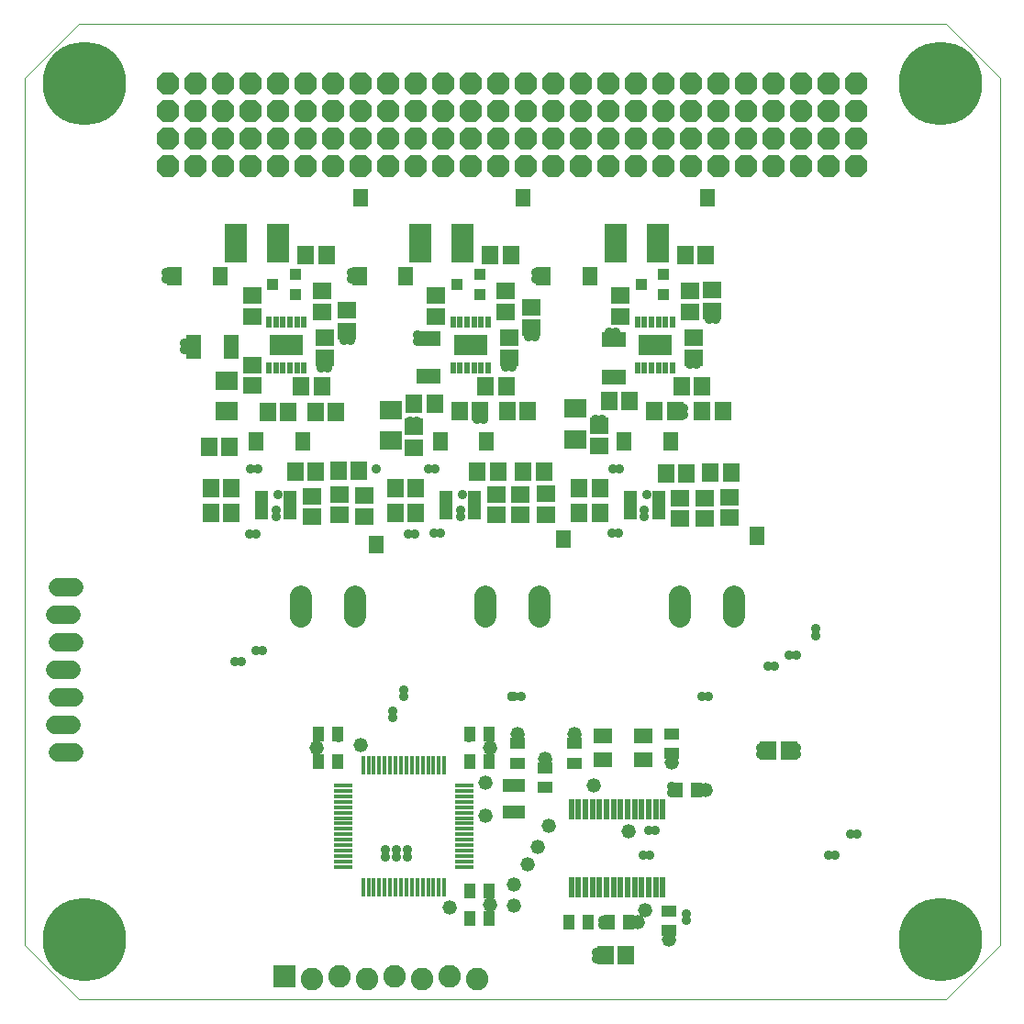
<source format=gts>
G75*
%MOIN*%
%OFA0B0*%
%FSLAX25Y25*%
%IPPOS*%
%LPD*%
%AMOC8*
5,1,8,0,0,1.08239X$1,22.5*
%
%ADD10R,0.05800X0.08910*%
%ADD11R,0.06706X0.05918*%
%ADD12R,0.05800X0.06587*%
%ADD13R,0.08280X0.14186*%
%ADD14R,0.05918X0.06706*%
%ADD15R,0.12001X0.07300*%
%ADD16R,0.02454X0.04300*%
%ADD17R,0.04737X0.02572*%
%ADD18R,0.04343X0.03950*%
%ADD19R,0.08910X0.05800*%
%ADD20R,0.05800X0.03300*%
%ADD21C,0.07850*%
%ADD22OC8,0.08200*%
%ADD23C,0.00000*%
%ADD24C,0.30328*%
%ADD25R,0.01784X0.06902*%
%ADD26R,0.06902X0.01784*%
%ADD27R,0.02375X0.07690*%
%ADD28R,0.07887X0.04737*%
%ADD29R,0.03950X0.05524*%
%ADD30R,0.05524X0.03950*%
%ADD31C,0.05200*%
%ADD32R,0.07099X0.05721*%
%ADD33R,0.04737X0.01784*%
%ADD34R,0.01784X0.04737*%
%ADD35R,0.08200X0.08200*%
%ADD36C,0.08200*%
%ADD37R,0.07898X0.07099*%
%ADD38C,0.06800*%
%ADD39C,0.03581*%
%ADD40OC8,0.03581*%
D10*
X0063119Y0247037D03*
X0076938Y0247037D03*
D11*
X0084477Y0240304D03*
X0084477Y0232824D03*
X0084477Y0258021D03*
X0084477Y0265501D03*
X0109831Y0267155D03*
X0109831Y0259675D03*
X0110934Y0250304D03*
X0110934Y0242824D03*
X0119005Y0252745D03*
X0119005Y0260226D03*
X0151406Y0258021D03*
X0151406Y0265501D03*
X0176761Y0267155D03*
X0185934Y0261407D03*
X0185934Y0253927D03*
X0177863Y0250304D03*
X0177863Y0242824D03*
X0176761Y0259675D03*
X0218335Y0258021D03*
X0218335Y0265501D03*
X0243690Y0267155D03*
X0251682Y0267509D03*
X0251682Y0260029D03*
X0243690Y0259675D03*
X0244792Y0250304D03*
X0244792Y0242824D03*
X0210461Y0218257D03*
X0210461Y0210777D03*
X0191170Y0193454D03*
X0191170Y0185974D03*
X0181918Y0185777D03*
X0181918Y0193257D03*
X0173257Y0193257D03*
X0173257Y0185777D03*
X0143139Y0210383D03*
X0143139Y0217864D03*
X0125422Y0192864D03*
X0125422Y0185383D03*
X0116170Y0185777D03*
X0116170Y0193257D03*
X0106131Y0192667D03*
X0106131Y0185186D03*
X0239989Y0184596D03*
X0239989Y0192076D03*
X0248847Y0192076D03*
X0248847Y0184596D03*
X0258099Y0184793D03*
X0258099Y0192273D03*
D12*
X0236682Y0212549D03*
X0219753Y0212549D03*
X0169753Y0212549D03*
X0152824Y0212549D03*
X0102824Y0212549D03*
X0085894Y0212549D03*
X0073060Y0272745D03*
X0056131Y0272745D03*
X0123454Y0272745D03*
X0140383Y0272745D03*
X0190383Y0272745D03*
X0207312Y0272745D03*
D13*
X0216524Y0284635D03*
X0231879Y0284635D03*
X0161013Y0284635D03*
X0145658Y0284635D03*
X0094083Y0284635D03*
X0078729Y0284635D03*
D14*
X0104044Y0280226D03*
X0111524Y0280226D03*
X0109871Y0232627D03*
X0102391Y0232627D03*
X0097666Y0223178D03*
X0090186Y0223178D03*
X0076406Y0210580D03*
X0068926Y0210580D03*
X0069517Y0195619D03*
X0076997Y0195619D03*
X0076997Y0186761D03*
X0069517Y0186761D03*
X0100225Y0201722D03*
X0107706Y0201722D03*
X0115776Y0201919D03*
X0123257Y0201919D03*
X0136446Y0195619D03*
X0143926Y0195619D03*
X0143926Y0186761D03*
X0136446Y0186761D03*
X0166367Y0201722D03*
X0173847Y0201722D03*
X0183099Y0201722D03*
X0190580Y0201722D03*
X0203375Y0195619D03*
X0210855Y0195619D03*
X0210855Y0186761D03*
X0203375Y0186761D03*
X0234871Y0200934D03*
X0242351Y0200934D03*
X0251013Y0201328D03*
X0258493Y0201328D03*
X0255540Y0223572D03*
X0248060Y0223572D03*
X0248060Y0232627D03*
X0240580Y0232627D03*
X0238217Y0223572D03*
X0230737Y0223572D03*
X0221682Y0227115D03*
X0214202Y0227115D03*
X0184674Y0223572D03*
X0177194Y0223572D03*
X0176800Y0232627D03*
X0169320Y0232627D03*
X0167351Y0223572D03*
X0159871Y0223572D03*
X0150816Y0226328D03*
X0143335Y0226328D03*
X0114989Y0223178D03*
X0107509Y0223178D03*
X0170973Y0280226D03*
X0178454Y0280226D03*
X0241839Y0280226D03*
X0249320Y0280226D03*
X0272057Y0100312D03*
X0279537Y0100312D03*
X0220428Y0025835D03*
X0212947Y0025835D03*
D15*
X0230855Y0247549D03*
X0163926Y0247549D03*
X0096997Y0247549D03*
D16*
X0098276Y0255816D03*
X0095717Y0255816D03*
X0093158Y0255816D03*
X0090599Y0255816D03*
X0100835Y0255816D03*
X0103394Y0255816D03*
X0103394Y0239281D03*
X0100835Y0239281D03*
X0098276Y0239281D03*
X0095717Y0239281D03*
X0093158Y0239281D03*
X0090599Y0239281D03*
X0157528Y0239281D03*
X0160087Y0239281D03*
X0162646Y0239281D03*
X0165206Y0239281D03*
X0167765Y0239281D03*
X0170324Y0239281D03*
X0170324Y0255816D03*
X0167765Y0255816D03*
X0165206Y0255816D03*
X0162646Y0255816D03*
X0160087Y0255816D03*
X0157528Y0255816D03*
X0224457Y0255816D03*
X0227017Y0255816D03*
X0229576Y0255816D03*
X0232135Y0255816D03*
X0234694Y0255816D03*
X0237253Y0255816D03*
X0237253Y0239281D03*
X0234694Y0239281D03*
X0232135Y0239281D03*
X0229576Y0239281D03*
X0227017Y0239281D03*
X0224457Y0239281D03*
D17*
X0221879Y0193159D03*
X0221879Y0190600D03*
X0221879Y0188041D03*
X0221879Y0185482D03*
X0232115Y0185482D03*
X0232115Y0188041D03*
X0232115Y0190600D03*
X0232115Y0193159D03*
X0165186Y0193159D03*
X0165186Y0190600D03*
X0165186Y0188041D03*
X0165186Y0185482D03*
X0154950Y0185482D03*
X0154950Y0188041D03*
X0154950Y0190600D03*
X0154950Y0193159D03*
X0098257Y0193159D03*
X0098257Y0190600D03*
X0098257Y0188041D03*
X0098257Y0185482D03*
X0088020Y0185482D03*
X0088020Y0188041D03*
X0088020Y0190600D03*
X0088020Y0193159D03*
D18*
X0100225Y0265895D03*
X0100225Y0273375D03*
X0091957Y0269635D03*
X0158887Y0269635D03*
X0167154Y0265895D03*
X0167154Y0273375D03*
X0225816Y0269635D03*
X0234083Y0265895D03*
X0234083Y0273375D03*
D19*
X0215816Y0249655D03*
X0215816Y0235836D03*
X0148493Y0236230D03*
X0148493Y0250049D03*
D20*
X0123847Y0299531D03*
X0123847Y0302731D03*
X0182902Y0302731D03*
X0182902Y0299531D03*
X0249831Y0299531D03*
X0249831Y0302731D03*
X0267942Y0179897D03*
X0267942Y0176697D03*
X0197469Y0175515D03*
X0197469Y0178715D03*
X0129753Y0176747D03*
X0129753Y0173547D03*
D21*
X0121879Y0156113D02*
X0121879Y0149063D01*
X0102194Y0149063D02*
X0102194Y0156113D01*
X0169123Y0156113D02*
X0169123Y0149063D01*
X0188808Y0149063D02*
X0188808Y0156113D01*
X0239989Y0156113D02*
X0239989Y0149063D01*
X0259674Y0149063D02*
X0259674Y0156113D01*
D22*
X0263965Y0312470D03*
X0253965Y0312470D03*
X0243965Y0312470D03*
X0233965Y0312470D03*
X0223965Y0312470D03*
X0213965Y0312470D03*
X0203965Y0312470D03*
X0193965Y0312470D03*
X0183965Y0312470D03*
X0173965Y0312470D03*
X0163965Y0312470D03*
X0153965Y0312470D03*
X0143965Y0312470D03*
X0133965Y0312470D03*
X0123965Y0312470D03*
X0113965Y0312470D03*
X0103965Y0312470D03*
X0093965Y0312470D03*
X0083965Y0312470D03*
X0073965Y0312470D03*
X0063965Y0312470D03*
X0053965Y0312470D03*
X0053965Y0322470D03*
X0053965Y0332470D03*
X0063965Y0332470D03*
X0063965Y0322470D03*
X0073965Y0322470D03*
X0073965Y0332470D03*
X0073965Y0342470D03*
X0063965Y0342470D03*
X0053965Y0342470D03*
X0083965Y0342470D03*
X0083965Y0332470D03*
X0083965Y0322470D03*
X0093965Y0322470D03*
X0093965Y0332470D03*
X0093965Y0342470D03*
X0103965Y0342470D03*
X0113965Y0342470D03*
X0113965Y0332470D03*
X0103965Y0332470D03*
X0103965Y0322470D03*
X0113965Y0322470D03*
X0123965Y0322470D03*
X0123965Y0332470D03*
X0123965Y0342470D03*
X0133965Y0342470D03*
X0133965Y0332470D03*
X0133965Y0322470D03*
X0143965Y0322470D03*
X0143965Y0332470D03*
X0143965Y0342470D03*
X0153965Y0342470D03*
X0163965Y0342470D03*
X0163965Y0332470D03*
X0153965Y0332470D03*
X0153965Y0322470D03*
X0163965Y0322470D03*
X0173965Y0322470D03*
X0173965Y0332470D03*
X0173965Y0342470D03*
X0183965Y0342470D03*
X0183965Y0332470D03*
X0183965Y0322470D03*
X0193965Y0322470D03*
X0193965Y0332470D03*
X0203965Y0332470D03*
X0203965Y0322470D03*
X0213965Y0322470D03*
X0213965Y0332470D03*
X0213965Y0342470D03*
X0203965Y0342470D03*
X0193965Y0342470D03*
X0223965Y0342470D03*
X0223965Y0332470D03*
X0223965Y0322470D03*
X0233965Y0322470D03*
X0233965Y0332470D03*
X0233965Y0342470D03*
X0243965Y0342470D03*
X0253965Y0342470D03*
X0253965Y0332470D03*
X0243965Y0332470D03*
X0243965Y0322470D03*
X0253965Y0322470D03*
X0263965Y0322470D03*
X0263965Y0332470D03*
X0263965Y0342470D03*
X0273965Y0342470D03*
X0273965Y0332470D03*
X0273965Y0322470D03*
X0273965Y0312470D03*
X0283965Y0312470D03*
X0283965Y0322470D03*
X0283965Y0332470D03*
X0283965Y0342470D03*
X0293965Y0342470D03*
X0303965Y0342470D03*
X0303965Y0332470D03*
X0293965Y0332470D03*
X0293965Y0322470D03*
X0303965Y0322470D03*
X0303965Y0312470D03*
X0293965Y0312470D03*
D23*
X0336446Y0009793D02*
X0021485Y0009793D01*
X0001800Y0029478D01*
X0001800Y0344438D01*
X0021485Y0364123D01*
X0336446Y0364123D01*
X0356131Y0344438D01*
X0356131Y0029478D01*
X0336446Y0009793D01*
D24*
X0334477Y0031446D03*
X0334477Y0342470D03*
X0023454Y0342470D03*
X0023454Y0031446D03*
D25*
X0124831Y0050738D03*
X0126800Y0050738D03*
X0128769Y0050738D03*
X0130737Y0050738D03*
X0132706Y0050738D03*
X0134674Y0050738D03*
X0136643Y0050738D03*
X0138611Y0050738D03*
X0140580Y0050738D03*
X0142548Y0050738D03*
X0144517Y0050738D03*
X0146485Y0050738D03*
X0148454Y0050738D03*
X0150422Y0050738D03*
X0152391Y0050738D03*
X0154359Y0050738D03*
X0154359Y0094832D03*
X0152391Y0094832D03*
X0150422Y0094832D03*
X0148454Y0094832D03*
X0146485Y0094832D03*
X0144517Y0094832D03*
X0142548Y0094832D03*
X0140580Y0094832D03*
X0138611Y0094832D03*
X0136643Y0094832D03*
X0134674Y0094832D03*
X0132706Y0094832D03*
X0130737Y0094832D03*
X0128769Y0094832D03*
X0126800Y0094832D03*
X0124831Y0094832D03*
D26*
X0117548Y0087549D03*
X0117548Y0085580D03*
X0117548Y0083612D03*
X0117548Y0081643D03*
X0117548Y0079675D03*
X0117548Y0077706D03*
X0117548Y0075738D03*
X0117548Y0073769D03*
X0117548Y0071801D03*
X0117548Y0069832D03*
X0117548Y0067864D03*
X0117548Y0065895D03*
X0117548Y0063927D03*
X0117548Y0061958D03*
X0117548Y0059989D03*
X0117548Y0058021D03*
X0161643Y0058021D03*
X0161643Y0059989D03*
X0161643Y0061958D03*
X0161643Y0063927D03*
X0161643Y0065895D03*
X0161643Y0067864D03*
X0161643Y0069832D03*
X0161643Y0071801D03*
X0161643Y0073769D03*
X0161643Y0075738D03*
X0161643Y0077706D03*
X0161643Y0079675D03*
X0161643Y0081643D03*
X0161643Y0083612D03*
X0161643Y0085580D03*
X0161643Y0087549D03*
D27*
X0200461Y0079084D03*
X0203020Y0079084D03*
X0205580Y0079084D03*
X0208139Y0079084D03*
X0210698Y0079084D03*
X0213257Y0079084D03*
X0215816Y0079084D03*
X0218375Y0079084D03*
X0220934Y0079084D03*
X0223493Y0079084D03*
X0226052Y0079084D03*
X0228611Y0079084D03*
X0231170Y0079084D03*
X0233729Y0079084D03*
X0233729Y0050738D03*
X0231170Y0050738D03*
X0228611Y0050738D03*
X0226052Y0050738D03*
X0223493Y0050738D03*
X0220934Y0050738D03*
X0218375Y0050738D03*
X0215816Y0050738D03*
X0213257Y0050738D03*
X0210698Y0050738D03*
X0208139Y0050738D03*
X0205580Y0050738D03*
X0203020Y0050738D03*
X0200461Y0050738D03*
D28*
X0179595Y0077864D03*
X0179595Y0087706D03*
D29*
X0170619Y0096407D03*
X0163532Y0096407D03*
X0163532Y0106249D03*
X0170619Y0106249D03*
X0115658Y0106249D03*
X0108572Y0106249D03*
X0108572Y0096407D03*
X0115658Y0096407D03*
X0163532Y0049163D03*
X0170619Y0049163D03*
X0170619Y0039320D03*
X0163532Y0039320D03*
X0199615Y0037844D03*
X0206702Y0037844D03*
X0214221Y0037844D03*
X0221308Y0037844D03*
X0238828Y0086072D03*
X0245914Y0086072D03*
D30*
X0237036Y0099340D03*
X0237036Y0106427D03*
X0201603Y0102824D03*
X0201603Y0095738D03*
X0190776Y0093966D03*
X0190776Y0086879D03*
X0180934Y0095738D03*
X0180934Y0102824D03*
X0236052Y0041958D03*
X0236052Y0034871D03*
D31*
X0236052Y0031446D03*
X0224733Y0037844D03*
X0227194Y0042273D03*
X0221288Y0070816D03*
X0208493Y0087549D03*
X0190776Y0097391D03*
X0180934Y0106249D03*
X0171091Y0101328D03*
X0169123Y0088533D03*
X0169123Y0076722D03*
X0184610Y0059055D03*
X0188231Y0065303D03*
X0192145Y0072785D03*
X0179595Y0051535D03*
X0179595Y0044035D03*
X0171091Y0044241D03*
X0156328Y0043257D03*
X0123847Y0102312D03*
X0108099Y0101328D03*
X0201603Y0106249D03*
X0237036Y0095915D03*
X0249339Y0086072D03*
D32*
X0226524Y0096919D03*
X0226524Y0105580D03*
X0211957Y0105580D03*
X0211957Y0096919D03*
D33*
X0236052Y0042667D03*
D34*
X0213906Y0037844D03*
X0238513Y0086072D03*
X0162840Y0106180D03*
X0116121Y0106380D03*
X0162762Y0039315D03*
D35*
X0096288Y0018167D03*
D36*
X0106288Y0017167D03*
X0116288Y0018167D03*
X0126288Y0017167D03*
X0136288Y0018167D03*
X0146288Y0017167D03*
X0156288Y0018167D03*
X0166288Y0017167D03*
D37*
X0134871Y0212856D03*
X0134871Y0224052D03*
X0075422Y0223486D03*
X0075422Y0234682D03*
X0201800Y0224446D03*
X0201800Y0213249D03*
D38*
X0019830Y0159527D02*
X0013830Y0159527D01*
X0012830Y0149527D02*
X0018830Y0149527D01*
X0019830Y0139527D02*
X0013830Y0139527D01*
X0012830Y0129527D02*
X0018830Y0129527D01*
X0019830Y0119527D02*
X0013830Y0119527D01*
X0012830Y0109527D02*
X0018830Y0109527D01*
X0019830Y0099527D02*
X0013830Y0099527D01*
D39*
X0078178Y0132627D03*
X0078178Y0132627D03*
X0080540Y0132627D03*
X0080540Y0132627D03*
X0086052Y0136564D03*
X0086052Y0136564D03*
X0088414Y0136564D03*
X0088414Y0136564D03*
X0115973Y0107430D03*
X0115973Y0107430D03*
X0115973Y0105068D03*
X0115973Y0105068D03*
X0135658Y0112155D03*
X0135658Y0112155D03*
X0135658Y0114517D03*
X0135658Y0114517D03*
X0139595Y0120029D03*
X0139595Y0120029D03*
X0139595Y0122391D03*
X0139595Y0122391D03*
X0163217Y0107430D03*
X0163217Y0107430D03*
X0163217Y0105068D03*
X0163217Y0105068D03*
X0179753Y0120029D03*
X0179753Y0120029D03*
X0182115Y0120029D03*
X0182115Y0120029D03*
X0228572Y0071210D03*
X0228572Y0071210D03*
X0230934Y0071210D03*
X0230934Y0071210D03*
X0228965Y0062155D03*
X0228965Y0062155D03*
X0226603Y0062155D03*
X0226603Y0062155D03*
X0242154Y0041092D03*
X0242154Y0038730D03*
X0212036Y0038730D03*
X0212036Y0036958D03*
X0209674Y0026919D03*
X0209674Y0024556D03*
X0236839Y0084793D03*
X0236839Y0087155D03*
X0269320Y0098966D03*
X0269320Y0101328D03*
X0282312Y0101328D03*
X0282312Y0098966D03*
X0274241Y0131052D03*
X0274241Y0131052D03*
X0271879Y0131052D03*
X0271879Y0131052D03*
X0279753Y0134989D03*
X0279753Y0134989D03*
X0282115Y0134989D03*
X0282115Y0134989D03*
X0289398Y0142076D03*
X0289398Y0144438D03*
X0250225Y0120029D03*
X0250225Y0120029D03*
X0247863Y0120029D03*
X0247863Y0120029D03*
X0301800Y0070029D03*
X0301800Y0070029D03*
X0304162Y0070029D03*
X0304162Y0070029D03*
X0296288Y0062155D03*
X0293926Y0062155D03*
X0293926Y0062155D03*
X0217548Y0179281D03*
X0215186Y0179281D03*
X0215186Y0179281D03*
X0226997Y0185186D03*
X0226997Y0187549D03*
X0227784Y0193257D03*
X0217942Y0202706D03*
X0217942Y0202706D03*
X0215580Y0202706D03*
X0215580Y0202706D03*
X0202587Y0196801D03*
X0202587Y0196801D03*
X0202587Y0194438D03*
X0202587Y0194438D03*
X0202587Y0188139D03*
X0202587Y0185777D03*
X0209280Y0220619D03*
X0211643Y0220619D03*
X0227784Y0246407D03*
X0227784Y0246407D03*
X0227784Y0248769D03*
X0227784Y0248769D03*
X0230934Y0248769D03*
X0230934Y0248769D03*
X0230934Y0246407D03*
X0230934Y0246407D03*
X0234083Y0246407D03*
X0234083Y0246407D03*
X0234083Y0248769D03*
X0234083Y0248769D03*
X0243532Y0240501D03*
X0245894Y0240501D03*
X0249044Y0233808D03*
X0249044Y0233808D03*
X0249044Y0231446D03*
X0249044Y0231446D03*
X0256524Y0224753D03*
X0256524Y0224753D03*
X0256524Y0222391D03*
X0256524Y0222391D03*
X0241170Y0222391D03*
X0241170Y0224753D03*
X0216761Y0252312D03*
X0214398Y0252312D03*
X0187233Y0250541D03*
X0184871Y0250541D03*
X0178965Y0239714D03*
X0176603Y0239714D03*
X0177784Y0233808D03*
X0177784Y0233808D03*
X0177784Y0231446D03*
X0177784Y0231446D03*
X0185658Y0224753D03*
X0185658Y0224753D03*
X0185658Y0222391D03*
X0185658Y0222391D03*
X0168532Y0220619D03*
X0168532Y0220619D03*
X0166170Y0220619D03*
X0151013Y0202706D03*
X0151013Y0202706D03*
X0148650Y0202706D03*
X0148650Y0202706D03*
X0160855Y0193257D03*
X0160265Y0187549D03*
X0160265Y0185186D03*
X0152981Y0179281D03*
X0152981Y0179281D03*
X0150619Y0179281D03*
X0150619Y0179281D03*
X0143532Y0179084D03*
X0141170Y0179084D03*
X0136052Y0185777D03*
X0136052Y0185777D03*
X0136052Y0188139D03*
X0136052Y0188139D03*
X0135658Y0194438D03*
X0135658Y0194438D03*
X0135658Y0196801D03*
X0135658Y0196801D03*
X0129753Y0202706D03*
X0141957Y0219241D03*
X0141957Y0219832D03*
X0144320Y0219832D03*
X0144320Y0219241D03*
X0116367Y0221997D03*
X0116367Y0221997D03*
X0116367Y0224360D03*
X0116367Y0224360D03*
X0111249Y0231446D03*
X0111249Y0231446D03*
X0111249Y0233808D03*
X0111249Y0233808D03*
X0112036Y0239320D03*
X0109674Y0239320D03*
X0100225Y0246407D03*
X0100225Y0246407D03*
X0100225Y0248769D03*
X0100225Y0248769D03*
X0097076Y0248769D03*
X0097076Y0248769D03*
X0097076Y0246407D03*
X0097076Y0246407D03*
X0093926Y0246407D03*
X0093926Y0246407D03*
X0093926Y0248769D03*
X0093926Y0248769D03*
X0117942Y0249360D03*
X0120304Y0249360D03*
X0120698Y0271604D03*
X0120698Y0273966D03*
X0144517Y0251131D03*
X0144517Y0248769D03*
X0160855Y0248769D03*
X0160855Y0248769D03*
X0160855Y0246407D03*
X0160855Y0246407D03*
X0164005Y0246407D03*
X0164005Y0246407D03*
X0164005Y0248769D03*
X0164005Y0248769D03*
X0167154Y0248769D03*
X0167154Y0248769D03*
X0167154Y0246407D03*
X0167154Y0246407D03*
X0187627Y0271604D03*
X0187627Y0273966D03*
X0187627Y0273966D03*
X0250619Y0257037D03*
X0252981Y0257037D03*
X0098650Y0224360D03*
X0098650Y0224360D03*
X0098650Y0221997D03*
X0098650Y0221997D03*
X0086446Y0202706D03*
X0086446Y0202706D03*
X0084083Y0202706D03*
X0084083Y0202706D03*
X0093926Y0193257D03*
X0093335Y0187745D03*
X0093335Y0185383D03*
X0086052Y0179084D03*
X0083690Y0179084D03*
X0068729Y0185777D03*
X0068729Y0185777D03*
X0068729Y0188139D03*
X0068729Y0188139D03*
X0068729Y0194438D03*
X0068729Y0194438D03*
X0068729Y0196801D03*
X0068729Y0196801D03*
X0067548Y0209399D03*
X0067548Y0209399D03*
X0067548Y0211761D03*
X0067548Y0211761D03*
X0060068Y0246013D03*
X0060068Y0248375D03*
X0053178Y0271604D03*
X0053178Y0273966D03*
X0053178Y0273966D03*
X0132902Y0064123D03*
X0132902Y0064123D03*
X0132902Y0061761D03*
X0132902Y0061761D03*
X0136839Y0061761D03*
X0136839Y0061761D03*
X0136839Y0064123D03*
X0136839Y0064123D03*
X0140776Y0064123D03*
X0140776Y0064123D03*
X0140776Y0061761D03*
X0140776Y0061761D03*
D40*
X0178965Y0120029D03*
M02*

</source>
